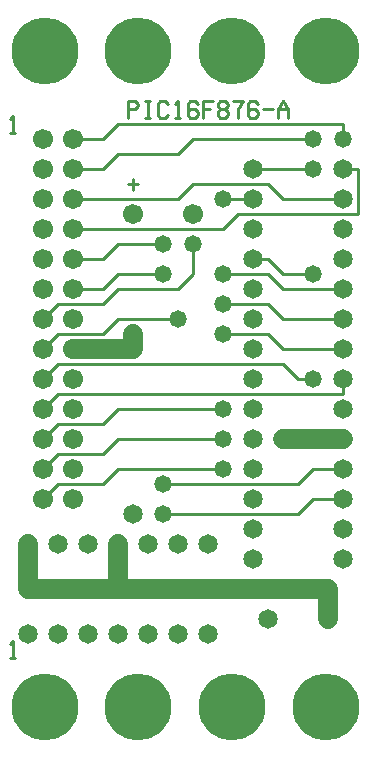
<source format=gtl>
%MOIN*%
%FSLAX25Y25*%
G04 D10 used for Character Trace; *
G04     Circle (OD=.01000) (No hole)*
G04 D11 used for Power Trace; *
G04     Circle (OD=.06700) (No hole)*
G04 D12 used for Signal Trace; *
G04     Circle (OD=.01100) (No hole)*
G04 D13 used for Via; *
G04     Circle (OD=.05800) (Round. Hole ID=.02800)*
G04 D14 used for Component hole; *
G04     Circle (OD=.06500) (Round. Hole ID=.03500)*
G04 D15 used for Component hole; *
G04     Circle (OD=.06700) (Round. Hole ID=.04300)*
G04 D16 used for Component hole; *
G04     Circle (OD=.08100) (Round. Hole ID=.05100)*
G04 D17 used for Component hole; *
G04     Circle (OD=.08900) (Round. Hole ID=.05900)*
G04 D18 used for Component hole; *
G04     Circle (OD=.11300) (Round. Hole ID=.08300)*
G04 D19 used for Component hole; *
G04     Circle (OD=.16000) (Round. Hole ID=.13000)*
G04 D20 used for Component hole; *
G04     Circle (OD=.18300) (Round. Hole ID=.15300)*
G04 D21 used for Component hole; *
G04     Circle (OD=.22291) (Round. Hole ID=.19291)*
%ADD10C,.01000*%
%ADD11C,.06700*%
%ADD12C,.01100*%
%ADD13C,.05800*%
%ADD14C,.06500*%
%ADD15C,.06700*%
%ADD16C,.08100*%
%ADD17C,.08900*%
%ADD18C,.11300*%
%ADD19C,.16000*%
%ADD20C,.18300*%
%ADD21C,.22291*%
%IPPOS*%
%LPD*%
G90*X0Y0D02*D21*X15625Y15625D03*D10*              
X4163Y36914D02*X5000Y37871D01*Y32129D01*X4163D02* 
X5837D01*D14*X40000Y40000D03*X30000D03*X20000D03* 
X10000D03*D21*X46875Y15625D03*D14*X50000Y40000D03*
D11*X10000Y55000D02*X40000D01*X10000D02*Y70000D01*
D14*D03*X20000D03*D15*X25000Y85000D03*X15000D03*  
D12*X20000Y90000D01*X35000D01*X40000Y95000D01*    
X75000D01*D13*D03*D14*X85000Y85000D03*Y105000D03* 
Y95000D03*D13*X75000Y105000D03*D12*X40000D01*     
X35000Y100000D01*X20000D01*X15000Y95000D01*D15*   
D03*X25000Y105000D03*Y95000D03*X15000Y105000D03*  
D12*X20000Y110000D01*X35000D01*X40000Y115000D01*  
X75000D01*D13*D03*D14*X85000Y125000D03*Y115000D03*
D12*X95000Y135000D02*X115000D01*D14*D03*D13*      
X105000Y125000D03*D12*X100000D01*X95000Y130000D01*
X20000D01*X15000Y125000D01*D15*D03*D12*Y115000D02*
X20000Y120000D01*D15*X15000Y115000D03*D12*        
X20000Y120000D02*X115000D01*Y125000D01*D14*D03*   
Y115000D03*D12*X95000Y145000D02*X115000D01*D14*   
D03*Y155000D03*D12*X95000D01*X90000Y160000D01*    
X75000D01*D13*D03*X65000Y170000D03*D12*Y160000D01*
X60000Y155000D01*X40000D01*X35000Y150000D01*      
X20000D01*X15000Y145000D01*D15*D03*D12*Y135000D02*
X20000Y140000D01*D15*X15000Y135000D03*D12*        
X20000Y140000D02*X35000D01*X40000Y145000D01*      
X60000D01*D13*D03*X75000Y140000D03*D12*X90000D01* 
X95000Y135000D01*D14*X85000Y145000D03*D12*        
X95000D02*X90000Y150000D01*X75000D01*D13*D03*D14* 
X85000Y155000D03*D12*X95000Y160000D02*            
X90000Y165000D01*X95000Y160000D02*X105000D01*D13* 
D03*D14*X115000Y165000D03*Y175000D03*D12*         
X85000Y165000D02*X90000D01*D14*X85000D03*D12*     
X25000Y175000D02*X75000D01*D15*X25000D03*D12*     
Y165000D02*X35000D01*D15*X25000D03*D12*Y155000D02*
X35000D01*D15*X25000D03*D12*X35000Y165000D02*     
X40000Y170000D01*X55000D01*D13*D03*D15*           
X65000Y180000D03*X45000D03*D13*X55000Y160000D03*  
D12*X40000D01*X35000Y155000D01*D15*               
X25000Y145000D03*D14*X45000Y140000D03*D11*        
Y135000D01*X25000D01*D15*D03*Y125000D03*          
Y115000D03*X15000Y155000D03*Y165000D03*Y175000D03*
D13*X55000Y90000D03*D12*X100000D01*               
X105000Y95000D01*X115000D01*D14*D03*D12*          
X100000Y80000D02*X105000Y85000D01*X55000Y80000D02*
X100000D01*D13*X55000D03*D14*X50000Y70000D03*     
X45000Y80000D03*X60000Y70000D03*X70000D03*        
X40000D03*D11*Y55000D01*X110000D01*Y45000D01*D14* 
D03*X115000Y65000D03*X90000Y45000D03*             
X85000Y65000D03*D21*X78125Y15625D03*D14*          
X115000Y75000D03*D21*X109375Y15625D03*D14*        
X85000Y75000D03*X115000Y85000D03*D12*X105000D01*  
D14*X115000Y105000D03*D11*X95000D01*D14*D03*      
X85000Y135000D03*X60000Y40000D03*X70000D03*       
X30000Y70000D03*X85000Y175000D03*D12*X75000D02*   
X80000Y180000D01*X120000D01*Y195000D01*X115000D01*
D14*D03*D13*X105000Y205000D03*D12*X65000D01*      
X60000Y200000D01*X40000D01*X35000Y195000D01*      
X25000D01*D15*D03*D12*Y205000D02*X35000D01*D15*   
X25000D03*X15000Y195000D03*D12*X35000Y205000D02*  
X40000Y210000D01*X115000D01*Y205000D01*D13*D03*   
X105000Y195000D03*D12*X85000D01*D14*D03*D12*      
X95000Y185000D02*X90000Y190000D01*                
X95000Y185000D02*X115000D01*D14*D03*D12*          
X65000Y190000D02*X90000D01*X60000Y185000D02*      
X65000Y190000D01*X25000Y185000D02*X60000D01*D15*  
X25000D03*X15000D03*D10*X43326Y190000D02*         
X46674D01*X45000Y191914D02*Y188086D01*D15*        
X15000Y205000D03*D10*X4163Y211914D02*             
X5000Y212871D01*Y207129D01*X4163D02*X5837D01*     
X43326Y212129D02*Y217871D01*X45837D01*            
X46674Y216914D01*Y215957D01*X45837Y215000D01*     
X43326D01*X50000Y212129D02*Y217871D01*            
X49163Y212129D02*X50837D01*X49163Y217871D02*      
X50837D01*X56674Y213086D02*X55837Y212129D01*      
X54163D01*X53326Y213086D01*Y216914D01*            
X54163Y217871D01*X55837D01*X56674Y216914D01*      
X59163D02*X60000Y217871D01*Y212129D01*X59163D02*  
X60837D01*X66674Y216914D02*X65837Y217871D01*      
X64163D01*X63326Y216914D01*Y213086D01*            
X64163Y212129D01*X65837D01*X66674Y213086D01*      
Y214043D01*X65837Y215000D01*X64163D01*            
X63326Y214043D01*X68326Y212129D02*Y217871D01*     
X71674D01*X68326Y215000D02*X70837D01*X74163D02*   
X73326Y215957D01*Y216914D01*X74163Y217871D01*     
X75837D01*X76674Y216914D01*Y215957D01*            
X75837Y215000D01*X74163D01*X73326Y214043D01*      
Y213086D01*X74163Y212129D01*X75837D01*            
X76674Y213086D01*Y214043D01*X75837Y215000D01*     
X78326Y217871D02*X81674D01*X80000Y215000D01*      
Y212129D01*X86674Y216914D02*X85837Y217871D01*     
X84163D01*X83326Y216914D01*Y213086D01*            
X84163Y212129D01*X85837D01*X86674Y213086D01*      
Y214043D01*X85837Y215000D01*X84163D01*            
X83326Y214043D01*X88326Y215000D02*X91674D01*      
X93326Y212129D02*Y215000D01*X95000Y217871D01*     
X96674Y215000D01*Y212129D01*X93326Y215000D02*     
X96674D01*D21*X46875Y234375D03*D13*               
X75000Y185000D03*D12*X85000D01*D14*D03*D21*       
X109375Y234375D03*X78125D03*X15625D03*M02*        

</source>
